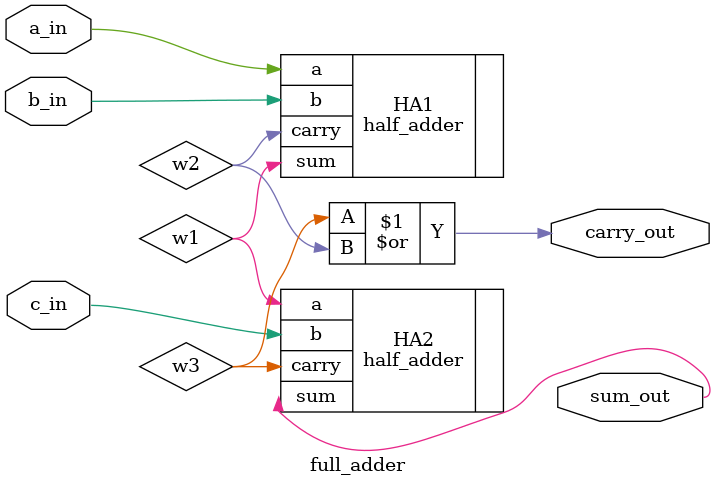
<source format=v>
/********************************************************************************************
Copyright 2019 - Maven Silicon Softech Pvt Ltd. 
 
All Rights Reserved.

This source code is an unpublished work belongs to Maven Silicon Softech Pvt Ltd.

It is not to be shared with or used by any third parties who have not enrolled for our paid training 

courses or received any written authorization from Maven Silicon.


Webpage     :      www.maven-silicon.com

Filename    :	   full_adder.v   

Description :      One bit Full adder Design

Author Name :      Susmita

Version     : 	   1.0
*********************************************************************************************/

module full_adder(a_in,
                  b_in,
		  c_in,
		  sum_out,
		  carry_out);

   //Step1 : Write down the directions for the ports
	input a_in,b_in,c_in;
	output sum_out,carry_out;	      

   //Step2 : Declare the internal wires
	wire w1,w2,w3;    

   //Step3 : Instantiate the Half-Adders using name-based port mapping
	half_adder HA1(.a(a_in),
	      	       .b(b_in),
	      	       .sum(w1),
	    	       .carry(w2));

	half_adder HA2(.a(w1),
	               .b(c_in),
	      	       .sum(sum_out),
	     	       .carry(w3));			 

   //Step4 : Instantiate the OR gate
	or or1(carry_out,w3,w2);

endmodule


</source>
